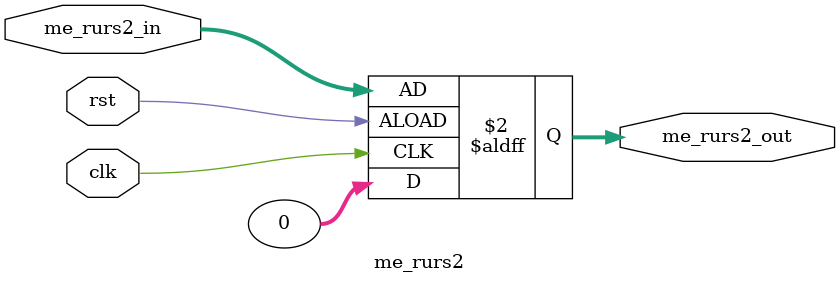
<source format=sv>
module me_rurs2(
    input logic clk,
    input logic rst,
    input logic [31:0] me_rurs2_in = 32'b0, 
    output logic [31:0] me_rurs2_out
     
);

    always_ff @(posedge clk or negedge rst) begin
        if (rst) begin
            me_rurs2_out <= 32'b0; 
        end else begin
            me_rurs2_out <= me_rurs2_in; 
        end
    end
endmodule
</source>
